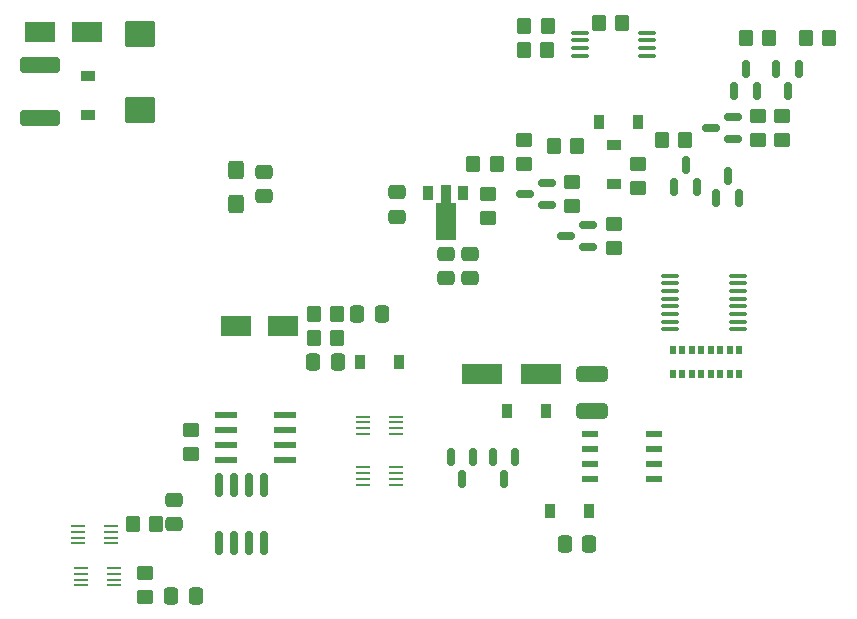
<source format=gbr>
%TF.GenerationSoftware,KiCad,Pcbnew,6.0.11-2627ca5db0~126~ubuntu22.04.1*%
%TF.CreationDate,2023-03-13T11:49:13-04:00*%
%TF.ProjectId,obd-feather,6f62642d-6665-4617-9468-65722e6b6963,1.0*%
%TF.SameCoordinates,Original*%
%TF.FileFunction,Paste,Top*%
%TF.FilePolarity,Positive*%
%FSLAX46Y46*%
G04 Gerber Fmt 4.6, Leading zero omitted, Abs format (unit mm)*
G04 Created by KiCad (PCBNEW 6.0.11-2627ca5db0~126~ubuntu22.04.1) date 2023-03-13 11:49:13*
%MOMM*%
%LPD*%
G01*
G04 APERTURE LIST*
G04 Aperture macros list*
%AMRoundRect*
0 Rectangle with rounded corners*
0 $1 Rounding radius*
0 $2 $3 $4 $5 $6 $7 $8 $9 X,Y pos of 4 corners*
0 Add a 4 corners polygon primitive as box body*
4,1,4,$2,$3,$4,$5,$6,$7,$8,$9,$2,$3,0*
0 Add four circle primitives for the rounded corners*
1,1,$1+$1,$2,$3*
1,1,$1+$1,$4,$5*
1,1,$1+$1,$6,$7*
1,1,$1+$1,$8,$9*
0 Add four rect primitives between the rounded corners*
20,1,$1+$1,$2,$3,$4,$5,0*
20,1,$1+$1,$4,$5,$6,$7,0*
20,1,$1+$1,$6,$7,$8,$9,0*
20,1,$1+$1,$8,$9,$2,$3,0*%
%AMFreePoly0*
4,1,9,3.862500,-0.866500,0.737500,-0.866500,0.737500,-0.450000,-0.737500,-0.450000,-0.737500,0.450000,0.737500,0.450000,0.737500,0.866500,3.862500,0.866500,3.862500,-0.866500,3.862500,-0.866500,$1*%
G04 Aperture macros list end*
%ADD10R,0.558800X0.635000*%
%ADD11R,0.900000X1.300000*%
%ADD12FreePoly0,270.000000*%
%ADD13R,1.168400X0.254000*%
%ADD14R,0.900000X1.200000*%
%ADD15R,1.460500X0.533400*%
%ADD16RoundRect,0.150000X-0.150000X0.825000X-0.150000X-0.825000X0.150000X-0.825000X0.150000X0.825000X0*%
%ADD17RoundRect,0.250000X1.450000X-0.400000X1.450000X0.400000X-1.450000X0.400000X-1.450000X-0.400000X0*%
%ADD18R,3.500000X1.800000*%
%ADD19RoundRect,0.250000X-0.475000X0.337500X-0.475000X-0.337500X0.475000X-0.337500X0.475000X0.337500X0*%
%ADD20RoundRect,0.250000X-0.425000X0.537500X-0.425000X-0.537500X0.425000X-0.537500X0.425000X0.537500X0*%
%ADD21RoundRect,0.250000X0.337500X0.475000X-0.337500X0.475000X-0.337500X-0.475000X0.337500X-0.475000X0*%
%ADD22RoundRect,0.250000X-0.350000X-0.450000X0.350000X-0.450000X0.350000X0.450000X-0.350000X0.450000X0*%
%ADD23R,1.200000X0.900000*%
%ADD24RoundRect,0.250000X-0.450000X0.350000X-0.450000X-0.350000X0.450000X-0.350000X0.450000X0.350000X0*%
%ADD25R,1.981200X0.508000*%
%ADD26R,2.500000X1.800000*%
%ADD27RoundRect,0.150000X0.150000X-0.587500X0.150000X0.587500X-0.150000X0.587500X-0.150000X-0.587500X0*%
%ADD28RoundRect,0.150000X0.587500X0.150000X-0.587500X0.150000X-0.587500X-0.150000X0.587500X-0.150000X0*%
%ADD29RoundRect,0.100000X0.637500X0.100000X-0.637500X0.100000X-0.637500X-0.100000X0.637500X-0.100000X0*%
%ADD30RoundRect,0.250000X-0.337500X-0.475000X0.337500X-0.475000X0.337500X0.475000X-0.337500X0.475000X0*%
%ADD31RoundRect,0.150000X-0.150000X0.587500X-0.150000X-0.587500X0.150000X-0.587500X0.150000X0.587500X0*%
%ADD32RoundRect,0.250000X0.475000X-0.337500X0.475000X0.337500X-0.475000X0.337500X-0.475000X-0.337500X0*%
%ADD33RoundRect,0.250000X0.450000X-0.350000X0.450000X0.350000X-0.450000X0.350000X-0.450000X-0.350000X0*%
%ADD34RoundRect,0.250000X-1.025000X0.875000X-1.025000X-0.875000X1.025000X-0.875000X1.025000X0.875000X0*%
%ADD35RoundRect,0.250000X0.350000X0.450000X-0.350000X0.450000X-0.350000X-0.450000X0.350000X-0.450000X0*%
%ADD36RoundRect,0.250000X-1.075000X0.400000X-1.075000X-0.400000X1.075000X-0.400000X1.075000X0.400000X0*%
G04 APERTURE END LIST*
D10*
%TO.C,RN1*%
X171149999Y-100568600D03*
X170349999Y-100568600D03*
X169550000Y-100568600D03*
X168749999Y-100568600D03*
X167950001Y-100568600D03*
X167150000Y-100568600D03*
X166349999Y-100568600D03*
X165550001Y-100568600D03*
X165550001Y-102651400D03*
X166350001Y-102651400D03*
X167150000Y-102651400D03*
X167950001Y-102651400D03*
X168749999Y-102651400D03*
X169550000Y-102651400D03*
X170350001Y-102651400D03*
X171149999Y-102651400D03*
%TD*%
D11*
%TO.C,U9*%
X147804000Y-87250000D03*
D12*
X146304000Y-87337500D03*
D11*
X144804000Y-87250000D03*
%TD*%
D13*
%TO.C,U5*%
X115468400Y-119010999D03*
X115468400Y-119511000D03*
X115468400Y-120011000D03*
X115468400Y-120511001D03*
X118211600Y-120511001D03*
X118211600Y-120011000D03*
X118211600Y-119511000D03*
X118211600Y-119010999D03*
%TD*%
D14*
%TO.C,D16*%
X139080000Y-101620000D03*
X142380000Y-101620000D03*
%TD*%
D15*
%TO.C,U10*%
X158520000Y-107650000D03*
X158520000Y-108920000D03*
X158520000Y-110190000D03*
X158520000Y-111460000D03*
X163968300Y-111460000D03*
X163968300Y-110190000D03*
X163968300Y-108920000D03*
X163968300Y-107650000D03*
%TD*%
D16*
%TO.C,U7*%
X130900000Y-111990000D03*
X129630000Y-111990000D03*
X128360000Y-111990000D03*
X127090000Y-111990000D03*
X127090000Y-116940000D03*
X128360000Y-116940000D03*
X129630000Y-116940000D03*
X130900000Y-116940000D03*
%TD*%
D17*
%TO.C,F1*%
X112000000Y-80935000D03*
X112000000Y-76485000D03*
%TD*%
D14*
%TO.C,D13*%
X158480000Y-114220000D03*
X155180000Y-114220000D03*
%TD*%
%TO.C,D12*%
X151460000Y-105780000D03*
X154760000Y-105780000D03*
%TD*%
D18*
%TO.C,D11*%
X154340000Y-102580000D03*
X149340000Y-102580000D03*
%TD*%
D19*
%TO.C,C19*%
X130930000Y-85492500D03*
X130930000Y-87567500D03*
%TD*%
D20*
%TO.C,C17*%
X128560000Y-85370000D03*
X128560000Y-88245000D03*
%TD*%
D21*
%TO.C,C11*%
X158450000Y-117030000D03*
X156375000Y-117030000D03*
%TD*%
D22*
%TO.C,R25*%
X164608000Y-82804000D03*
X166608000Y-82804000D03*
%TD*%
D23*
%TO.C,D18*%
X115990000Y-77380000D03*
X115990000Y-80680000D03*
%TD*%
D24*
%TO.C,R21*%
X162560000Y-84852000D03*
X162560000Y-86852000D03*
%TD*%
D19*
%TO.C,C2*%
X123317000Y-113241000D03*
X123317000Y-115316000D03*
%TD*%
D21*
%TO.C,C14*%
X137181500Y-101600000D03*
X135106500Y-101600000D03*
%TD*%
D25*
%TO.C,U6*%
X132673800Y-109855000D03*
X132673800Y-108585000D03*
X132673800Y-107315000D03*
X132673800Y-106045000D03*
X127746200Y-106045000D03*
X127746200Y-107315000D03*
X127746200Y-108585000D03*
X127746200Y-109855000D03*
%TD*%
D19*
%TO.C,C7*%
X148336000Y-92434500D03*
X148336000Y-94509500D03*
%TD*%
D22*
%TO.C,R26*%
X155448000Y-83312000D03*
X157448000Y-83312000D03*
%TD*%
D26*
%TO.C,D14*%
X132556000Y-98552000D03*
X128556000Y-98552000D03*
%TD*%
%TO.C,D17*%
X115960000Y-73680000D03*
X111960000Y-73680000D03*
%TD*%
D13*
%TO.C,U3*%
X139329838Y-106215142D03*
X139329838Y-106715143D03*
X139329838Y-107215143D03*
X139329838Y-107715144D03*
X142073038Y-107715144D03*
X142073038Y-107215143D03*
X142073038Y-106715143D03*
X142073038Y-106215142D03*
%TD*%
D19*
%TO.C,C8*%
X146304000Y-92434500D03*
X146304000Y-94509500D03*
%TD*%
D27*
%TO.C,Q9*%
X165674000Y-86789500D03*
X167574000Y-86789500D03*
X166624000Y-84914500D03*
%TD*%
D28*
%TO.C,Q7*%
X158339000Y-91882000D03*
X158339000Y-89982000D03*
X156464000Y-90932000D03*
%TD*%
D29*
%TO.C,U8*%
X163390500Y-75651000D03*
X163390500Y-75001000D03*
X163390500Y-74351000D03*
X163390500Y-73701000D03*
X157665500Y-73701000D03*
X157665500Y-74351000D03*
X157665500Y-75001000D03*
X157665500Y-75651000D03*
%TD*%
D22*
%TO.C,R34*%
X135144000Y-97536000D03*
X137144000Y-97536000D03*
%TD*%
D30*
%TO.C,C4*%
X123080000Y-121380000D03*
X125155000Y-121380000D03*
%TD*%
D21*
%TO.C,C13*%
X140895000Y-97520000D03*
X138820000Y-97520000D03*
%TD*%
D28*
%TO.C,Q10*%
X170609500Y-82738000D03*
X170609500Y-80838000D03*
X168734500Y-81788000D03*
%TD*%
D22*
%TO.C,R5*%
X119793000Y-115316000D03*
X121793000Y-115316000D03*
%TD*%
D31*
%TO.C,Q3*%
X176210000Y-76786500D03*
X174310000Y-76786500D03*
X175260000Y-78661500D03*
%TD*%
D13*
%TO.C,U2*%
X139344400Y-110501999D03*
X139344400Y-111002000D03*
X139344400Y-111502000D03*
X139344400Y-112002001D03*
X142087600Y-112002001D03*
X142087600Y-111502000D03*
X142087600Y-111002000D03*
X142087600Y-110501999D03*
%TD*%
D32*
%TO.C,C6*%
X142180000Y-89297500D03*
X142180000Y-87222500D03*
%TD*%
D27*
%TO.C,Q4*%
X169230000Y-87727000D03*
X171130000Y-87727000D03*
X170180000Y-85852000D03*
%TD*%
D33*
%TO.C,R18*%
X149860000Y-89376000D03*
X149860000Y-87376000D03*
%TD*%
D22*
%TO.C,R10*%
X152908000Y-75184000D03*
X154908000Y-75184000D03*
%TD*%
D34*
%TO.C,C16*%
X120390000Y-73830000D03*
X120390000Y-80230000D03*
%TD*%
D23*
%TO.C,D10*%
X160528000Y-86486000D03*
X160528000Y-83186000D03*
%TD*%
D31*
%TO.C,Q12*%
X152202000Y-109618500D03*
X150302000Y-109618500D03*
X151252000Y-111493500D03*
%TD*%
D33*
%TO.C,R20*%
X152908000Y-84836000D03*
X152908000Y-82836000D03*
%TD*%
%TO.C,R4*%
X124749000Y-109347000D03*
X124749000Y-107347000D03*
%TD*%
D35*
%TO.C,R35*%
X137144000Y-99568000D03*
X135144000Y-99568000D03*
%TD*%
D13*
%TO.C,U4*%
X115214400Y-115454999D03*
X115214400Y-115955000D03*
X115214400Y-116455000D03*
X115214400Y-116955001D03*
X117957600Y-116955001D03*
X117957600Y-116455000D03*
X117957600Y-115955000D03*
X117957600Y-115454999D03*
%TD*%
D24*
%TO.C,R16*%
X156972000Y-86376000D03*
X156972000Y-88376000D03*
%TD*%
D31*
%TO.C,Q13*%
X147696000Y-111493500D03*
X146746000Y-109618500D03*
X148646000Y-109618500D03*
%TD*%
D24*
%TO.C,R15*%
X174752000Y-80788000D03*
X174752000Y-82788000D03*
%TD*%
D35*
%TO.C,R14*%
X173720000Y-74168000D03*
X171720000Y-74168000D03*
%TD*%
D14*
%TO.C,D8*%
X162560000Y-81280000D03*
X159260000Y-81280000D03*
%TD*%
D22*
%TO.C,R19*%
X148637508Y-84821826D03*
X150637508Y-84821826D03*
%TD*%
D24*
%TO.C,R6*%
X120810000Y-119480000D03*
X120810000Y-121480000D03*
%TD*%
D33*
%TO.C,R23*%
X160528000Y-91948000D03*
X160528000Y-89948000D03*
%TD*%
D35*
%TO.C,R11*%
X154940000Y-73152000D03*
X152940000Y-73152000D03*
%TD*%
D29*
%TO.C,U11*%
X171062500Y-98835000D03*
X171062500Y-98185000D03*
X171062500Y-97535000D03*
X171062500Y-96885000D03*
X171062500Y-96235000D03*
X171062500Y-95585000D03*
X171062500Y-94935000D03*
X171062500Y-94285000D03*
X165337500Y-94285000D03*
X165337500Y-94935000D03*
X165337500Y-95585000D03*
X165337500Y-96235000D03*
X165337500Y-96885000D03*
X165337500Y-97535000D03*
X165337500Y-98185000D03*
X165337500Y-98835000D03*
%TD*%
D22*
%TO.C,R12*%
X176800000Y-74168000D03*
X178800000Y-74168000D03*
%TD*%
D24*
%TO.C,R27*%
X172720000Y-80788000D03*
X172720000Y-82788000D03*
%TD*%
D27*
%TO.C,Q2*%
X170754000Y-78661500D03*
X172654000Y-78661500D03*
X171704000Y-76786500D03*
%TD*%
D35*
%TO.C,R13*%
X161274000Y-72898000D03*
X159274000Y-72898000D03*
%TD*%
D28*
%TO.C,Q5*%
X154861500Y-88326000D03*
X154861500Y-86426000D03*
X152986500Y-87376000D03*
%TD*%
D36*
%TO.C,R29*%
X158660000Y-102610000D03*
X158660000Y-105710000D03*
%TD*%
M02*

</source>
